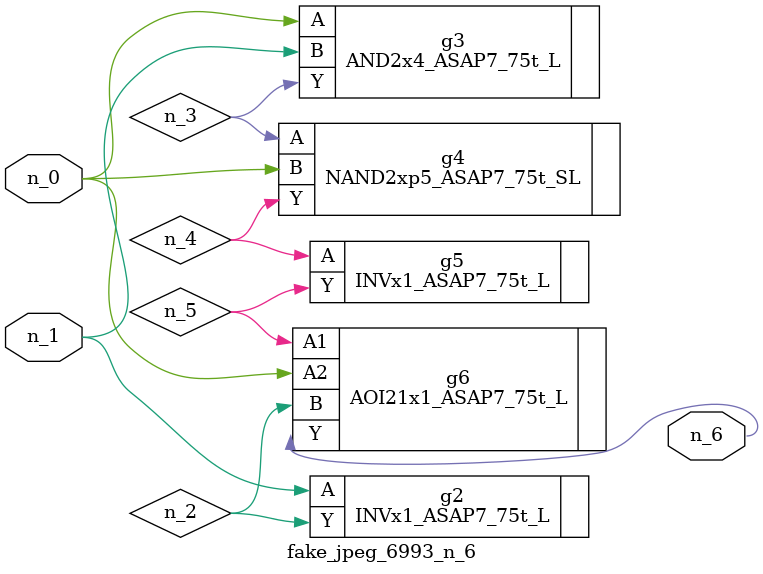
<source format=v>
module fake_jpeg_6993_n_6 (n_0, n_1, n_6);

input n_0;
input n_1;

output n_6;

wire n_3;
wire n_2;
wire n_4;
wire n_5;

INVx1_ASAP7_75t_L g2 ( 
.A(n_1),
.Y(n_2)
);

AND2x4_ASAP7_75t_L g3 ( 
.A(n_0),
.B(n_1),
.Y(n_3)
);

NAND2xp5_ASAP7_75t_SL g4 ( 
.A(n_3),
.B(n_0),
.Y(n_4)
);

INVx1_ASAP7_75t_L g5 ( 
.A(n_4),
.Y(n_5)
);

AOI21x1_ASAP7_75t_L g6 ( 
.A1(n_5),
.A2(n_0),
.B(n_2),
.Y(n_6)
);


endmodule
</source>
